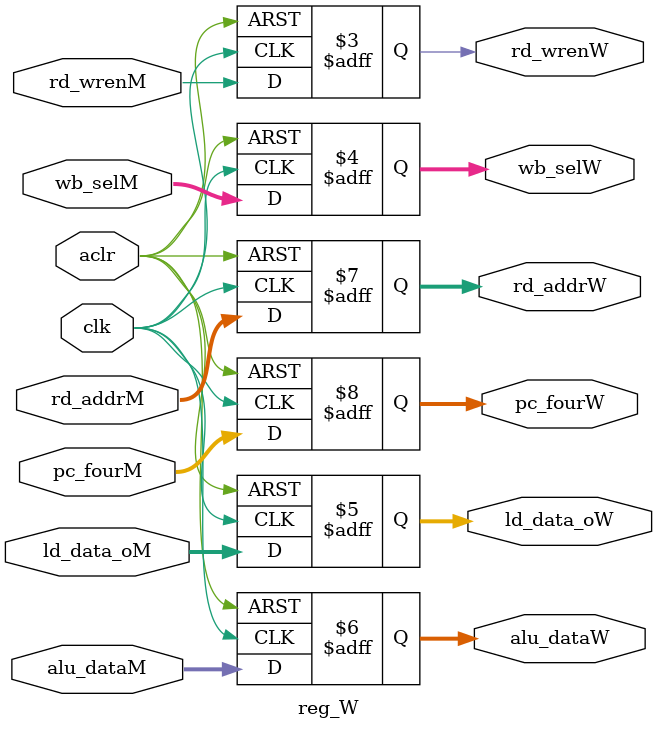
<source format=v>
module reg_W(
    input clk, aclr,
    input             rd_wrenM,
    input      [1:0]  wb_selM,
    output reg        rd_wrenW,
    output reg [1:0]  wb_selW,
    input      [31:0] ld_data_oM, alu_dataM,
    output reg [31:0] ld_data_oW, alu_dataW,
    input      [4:0]  rd_addrM,
    output reg [4:0]  rd_addrW,
    input      [12:0] pc_fourM,
    output reg [12:0] pc_fourW
    );
    
    always @(posedge clk, negedge aclr) begin
        if (!aclr) {wb_selW, rd_wrenW, ld_data_oW, alu_dataW, rd_addrW, pc_fourW} <= 0;
        else       {wb_selW, rd_wrenW, ld_data_oW, alu_dataW, rd_addrW, pc_fourW} 
                <= {wb_selM, rd_wrenM, ld_data_oM, alu_dataM, rd_addrM, pc_fourM};
        
    end
    
endmodule
</source>
